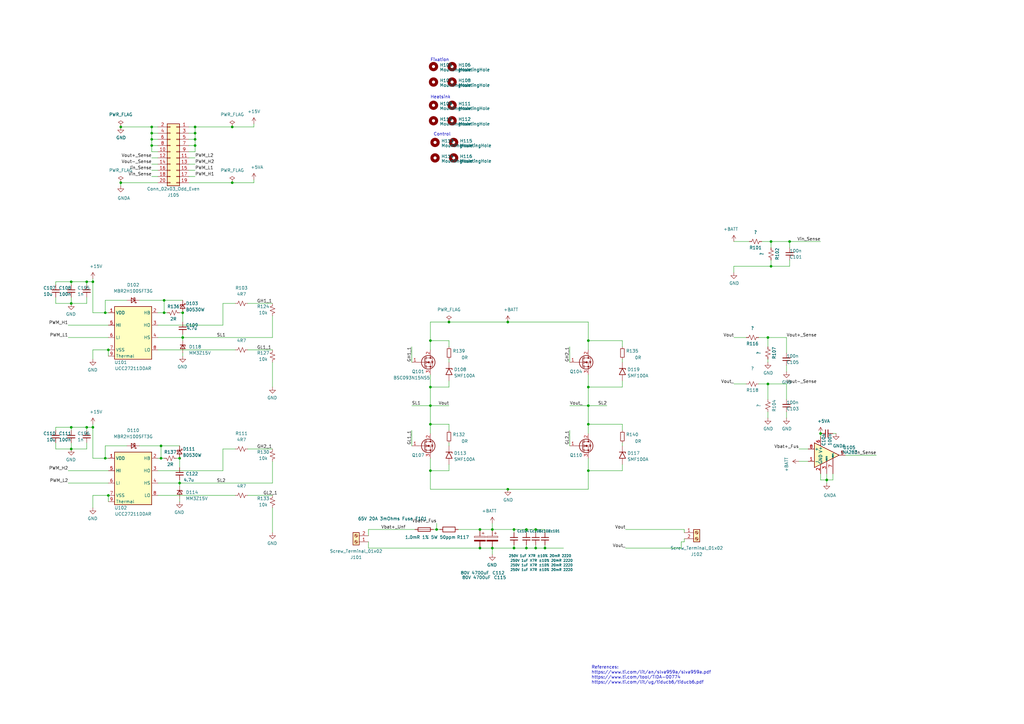
<source format=kicad_sch>
(kicad_sch (version 20231120) (generator "eeschema") (generator_version "8.0")
  (paper "A3")
  (lib_symbols
    (symbol "Amplifier_Current:INA283" (pin_names (offset 0.127))
      (property "Reference" "U" (at 3.81 3.81 0))
      (property "Value" "INA283" (at 3.81 -2.54 0))
      (symbol "INA283_1_1"
        (pin input line (at -7.62 -2.54 0) (length 2.54) (name "-") (number "1"))
        (pin power_in line (at -2.54 -7.62 90) (length 3.81) (name "GND") (number "2"))
        (pin input line (at 0 -7.62 90) (length 5.08) (name "REF2") (number "3"))
        (pin no_connect line (at -5.08 0 0) (length 2.54) hide (name "NC") (number "4"))
        (pin output line (at 7.62 0 180) (length 2.54) (name "~") (number "5"))
        (pin input line (at -2.54 7.62 270) (length 3.81) (name "V+") (number "6"))
        (pin input line (at 2.54 -7.62 90) (length 6.35) (name "REF1") (number "7"))
        (pin input line (at -7.62 2.54 0) (length 2.54) (name "+") (number "8"))
      )
    )
    (symbol "Connector:Screw_Terminal_01x02" (pin_names (offset 1.016) hide)
      (property "Reference" "J" (at 0 2.54 0))
      (property "Value" "Screw_Terminal_01x02" (at 0 -5.08 0))
      (symbol "Screw_Terminal_01x02_1_1"
        (pin passive line (at -5.08 0 0) (length 3.81) (name "Pin_1") (number "1"))
        (pin passive line (at -5.08 -2.54 0) (length 3.81) (name "Pin_2") (number "2"))
      )
    )
    (symbol "Connector_Generic:Conn_02x10_Odd_Even" (pin_names (offset 1.016) hide)
      (property "Reference" "J" (at 1.27 12.7 0))
      (property "Value" "Conn_02x10_Odd_Even" (at 1.27 -15.24 0))
      (symbol "Conn_02x10_Odd_Even_1_1"
        (pin passive line (at -5.08 10.16 0) (length 3.81) (name "Pin_1") (number "1"))
        (pin passive line (at 7.62 0 180) (length 3.81) (name "Pin_10") (number "10"))
        (pin passive line (at -5.08 -2.54 0) (length 3.81) (name "Pin_11") (number "11"))
        (pin passive line (at 7.62 -2.54 180) (length 3.81) (name "Pin_12") (number "12"))
        (pin passive line (at -5.08 -5.08 0) (length 3.81) (name "Pin_13") (number "13"))
        (pin passive line (at 7.62 -5.08 180) (length 3.81) (name "Pin_14") (number "14"))
        (pin passive line (at -5.08 -7.62 0) (length 3.81) (name "Pin_15") (number "15"))
        (pin passive line (at 7.62 -7.62 180) (length 3.81) (name "Pin_16") (number "16"))
        (pin passive line (at -5.08 -10.16 0) (length 3.81) (name "Pin_17") (number "17"))
        (pin passive line (at 7.62 -10.16 180) (length 3.81) (name "Pin_18") (number "18"))
        (pin passive line (at -5.08 -12.7 0) (length 3.81) (name "Pin_19") (number "19"))
        (pin passive line (at 7.62 10.16 180) (length 3.81) (name "Pin_2") (number "2"))
        (pin passive line (at 7.62 -12.7 180) (length 3.81) (name "Pin_20") (number "20"))
        (pin passive line (at -5.08 7.62 0) (length 3.81) (name "Pin_3") (number "3"))
        (pin passive line (at 7.62 7.62 180) (length 3.81) (name "Pin_4") (number "4"))
        (pin passive line (at -5.08 5.08 0) (length 3.81) (name "Pin_5") (number "5"))
        (pin passive line (at 7.62 5.08 180) (length 3.81) (name "Pin_6") (number "6"))
        (pin passive line (at -5.08 2.54 0) (length 3.81) (name "Pin_7") (number "7"))
        (pin passive line (at 7.62 2.54 180) (length 3.81) (name "Pin_8") (number "8"))
        (pin passive line (at -5.08 0 0) (length 3.81) (name "Pin_9") (number "9"))
      )
    )
    (symbol "Device:C_Polarized" (pin_numbers hide) (pin_names (offset 0.254))
      (property "Reference" "C" (at 0.635 2.54 0))
      (property "Value" "C_Polarized" (at 0.635 -2.54 0))
      (symbol "C_Polarized_1_1"
        (pin passive line (at 0 3.81 270) (length 2.794) (name "~") (number "1"))
        (pin passive line (at 0 -3.81 90) (length 2.794) (name "~") (number "2"))
      )
    )
    (symbol "Device:C_Small" (pin_numbers hide) (pin_names (offset 0.254) hide)
      (property "Reference" "C" (at 0.254 1.778 0))
      (property "Value" "C_Small" (at 0.254 -2.032 0))
      (symbol "C_Small_1_1"
        (pin passive line (at 0 2.54 270) (length 2.032) (name "~") (number "1"))
        (pin passive line (at 0 -2.54 90) (length 2.032) (name "~") (number "2"))
      )
    )
    (symbol "Device:D_Schottky_Small" (pin_numbers hide) (pin_names (offset 0.254) hide)
      (property "Reference" "D" (at -1.27 2.032 0))
      (property "Value" "D_Schottky_Small" (at -7.112 -2.032 0))
      (symbol "D_Schottky_Small_1_1"
        (pin passive line (at -2.54 0 0) (length 1.778) (name "K") (number "1"))
        (pin passive line (at 2.54 0 180) (length 1.778) (name "A") (number "2"))
      )
    )
    (symbol "Device:D_Zener_Small" (pin_numbers hide) (pin_names (offset 0.254) hide)
      (property "Reference" "D" (at 0 2.286 0))
      (property "Value" "D_Zener_Small" (at 0 -2.286 0))
      (symbol "D_Zener_Small_1_1"
        (pin passive line (at -2.54 0 0) (length 1.778) (name "K") (number "1"))
        (pin passive line (at 2.54 0 180) (length 1.778) (name "A") (number "2"))
      )
    )
    (symbol "Device:Fuse" (pin_numbers hide) (pin_names (offset 0))
      (property "Reference" "F" (at 2.032 0 90))
      (property "Value" "Fuse" (at -1.905 0 90))
      (symbol "Fuse_1_1"
        (pin passive line (at 0 3.81 270) (length 1.27) (name "~") (number "1"))
        (pin passive line (at 0 -3.81 90) (length 1.27) (name "~") (number "2"))
      )
    )
    (symbol "Device:Q_NMOS_GDS" (pin_names (offset 0) hide)
      (property "Reference" "Q" (at 5.08 1.27 0))
      (property "Value" "Q_NMOS_GDS" (at 5.08 -1.27 0))
      (symbol "Q_NMOS_GDS_1_1"
        (pin input line (at -5.08 0 0) (length 2.54) (name "G") (number "1"))
        (pin passive line (at 2.54 5.08 270) (length 2.54) (name "D") (number "2"))
        (pin passive line (at 2.54 -5.08 90) (length 2.54) (name "S") (number "3"))
      )
    )
    (symbol "Device:R" (pin_numbers hide) (pin_names (offset 0))
      (property "Reference" "R" (at 2.032 0 90))
      (property "Value" "R" (at 0 0 90))
      (symbol "R_1_1"
        (pin passive line (at 0 3.81 270) (length 1.27) (name "~") (number "1"))
        (pin passive line (at 0 -3.81 90) (length 1.27) (name "~") (number "2"))
      )
    )
    (symbol "Device:R_Small" (pin_numbers hide) (pin_names (offset 0.254) hide)
      (property "Reference" "R" (at 0.762 0.508 0))
      (property "Value" "R_Small" (at 0.762 -1.016 0))
      (symbol "R_Small_1_1"
        (pin passive line (at 0 2.54 270) (length 0.762) (name "~") (number "1"))
        (pin passive line (at 0 -2.54 90) (length 0.762) (name "~") (number "2"))
      )
    )
    (symbol "Device:R_Small_US" (pin_numbers hide) (pin_names (offset 0.254) hide)
      (property "Reference" "R" (at 0.762 0.508 0))
      (property "Value" "R_Small_US" (at 0.762 -1.016 0))
      (symbol "R_Small_US_1_1"
        (pin passive line (at 0 2.54 270) (length 1.016) (name "~") (number "1"))
        (pin passive line (at 0 -2.54 90) (length 1.016) (name "~") (number "2"))
      )
    )
    (symbol "Diode:SMF18A" (pin_numbers hide) (pin_names (offset 1.016) hide)
      (property "Reference" "D" (at 0 2.54 0))
      (property "Value" "SMF18A" (at 0 -2.54 0))
      (symbol "SMF18A_1_1"
        (pin passive line (at -3.81 0 0) (length 2.54) (name "A1") (number "1"))
        (pin passive line (at 3.81 0 180) (length 2.54) (name "A2") (number "2"))
      )
    )
    (symbol "Mechanical:MountingHole" (pin_names (offset 1.016))
      (property "Reference" "H" (at 0 5.08 0))
      (property "Value" "MountingHole" (at 0 3.175 0))
    )
    (symbol "power:+15V" (power) (pin_names (offset 0))
      (property "Value" "+15V" (at 0 3.556 0))
      (symbol "+15V_1_1"
        (pin power_in line (at 0 0 90) (length 0) hide (name "+15V") (number "1"))
      )
    )
    (symbol "power:+5VA" (power) (pin_names (offset 0))
      (property "Value" "+5VA" (at 0 3.556 0))
      (symbol "+5VA_1_1"
        (pin power_in line (at 0 0 90) (length 0) hide (name "+5VA") (number "1"))
      )
    )
    (symbol "power:+BATT" (power) (pin_names (offset 0))
      (property "Value" "+BATT" (at 0 3.556 0))
      (symbol "+BATT_1_1"
        (pin power_in line (at 0 0 90) (length 0) hide (name "+BATT") (number "1"))
      )
    )
    (symbol "power:GND" (power) (pin_names (offset 0))
      (property "Value" "GND" (at 0 -3.81 0))
      (symbol "GND_1_1"
        (pin power_in line (at 0 0 270) (length 0) hide (name "GND") (number "1"))
      )
    )
    (symbol "power:GNDA" (power) (pin_names (offset 0))
      (property "Value" "GNDA" (at 0 -3.81 0))
      (symbol "GNDA_1_1"
        (pin power_in line (at 0 0 270) (length 0) hide (name "GNDA") (number "1"))
      )
    )
    (symbol "power:PWR_FLAG" (power) (pin_numbers hide) (pin_names (offset 0) hide)
      (property "Value" "PWR_FLAG" (at 0 3.81 0))
      (symbol "PWR_FLAG_0_0"
        (pin power_out line (at 0 0 90) (length 0) (name "pwr") (number "1"))
      )
    )
    (symbol "zenite:UCC27211DDAR"
      (property "Reference" "U" (at -7.62 8.89 0))
      (property "Value" "UCC27211DDAR" (at 1.27 8.89 0))
      (symbol "UCC27211DDAR_1_1"
        (pin power_in line (at -10.16 2.54 0) (length 2.54) (name "VDD") (number "1"))
        (pin power_in line (at -10.16 2.54 0) (length 2.54) (name "VDD") (number "1"))
        (pin output line (at 10.16 2.54 180) (length 2.54) (name "HB") (number "2"))
        (pin output line (at 10.16 -2.54 180) (length 2.54) (name "HO") (number "3"))
        (pin output line (at 10.16 -7.62 180) (length 2.54) (name "HS") (number "4"))
        (pin input line (at -10.16 -2.54 0) (length 2.54) (name "HI") (number "5"))
        (pin input line (at -10.16 -2.54 0) (length 2.54) (name "HI") (number "5"))
        (pin input line (at -10.16 -7.62 0) (length 2.54) (name "LI") (number "6"))
        (pin power_in line (at -10.16 -12.7 0) (length 2.54) (name "VSS") (number "7"))
        (pin output line (at 10.16 -12.7 180) (length 2.54) (name "LO") (number "8"))
        (pin power_in line (at -10.16 -15.24 0) (length 2.54) (name "Thermal") (number "9"))
      )
    )
  )
  (junction (at 241.3 158.75))
  (junction (at 73.66 198.12))
  (junction (at 323.85 99.06))
  (junction (at 49.53 52.07))
  (junction (at 210.82 217.17))
  (junction (at 38.1 115.57))
  (junction (at 35.56 115.57))
  (junction (at 29.21 175.26))
  (junction (at 49.53 74.93))
  (junction (at 66.04 182.88))
  (junction (at 241.3 173.99))
  (junction (at 62.23 57.15))
  (junction (at 241.3 139.7))
  (junction (at 35.56 175.26))
  (junction (at 215.9 217.17))
  (junction (at 176.53 173.99))
  (junction (at 95.25 74.93))
  (junction (at 95.25 52.07))
  (junction (at 179.07 217.17))
  (junction (at 201.93 224.79))
  (junction (at 336.55 177.8))
  (junction (at 176.53 158.75))
  (junction (at 241.3 166.37))
  (junction (at 38.1 175.26))
  (junction (at 67.31 123.19))
  (junction (at 316.23 99.06))
  (junction (at 74.93 128.27))
  (junction (at 219.71 217.17))
  (junction (at 184.15 132.08))
  (junction (at 196.85 217.17))
  (junction (at 176.53 166.37))
  (junction (at 74.93 138.43))
  (junction (at 62.23 52.07))
  (junction (at 67.31 128.27))
  (junction (at 176.53 193.04))
  (junction (at 215.9 224.79))
  (junction (at 29.21 124.46))
  (junction (at 241.3 193.04))
  (junction (at 29.21 115.57))
  (junction (at 314.96 138.43))
  (junction (at 80.01 54.61))
  (junction (at 219.71 224.79))
  (junction (at 208.28 132.08))
  (junction (at 44.45 203.2))
  (junction (at 44.45 143.51))
  (junction (at 29.21 184.15))
  (junction (at 43.18 187.96))
  (junction (at 43.18 128.27))
  (junction (at 314.96 157.48))
  (junction (at 73.66 187.96))
  (junction (at 176.53 139.7))
  (junction (at 62.23 59.69))
  (junction (at 80.01 57.15))
  (junction (at 80.01 52.07))
  (junction (at 339.09 196.85))
  (junction (at 62.23 54.61))
  (junction (at 201.93 217.17))
  (junction (at 210.82 224.79))
  (junction (at 316.23 109.22))
  (junction (at 223.52 224.79))
  (junction (at 208.28 200.66))
  (junction (at 80.01 59.69))
  (junction (at 196.85 224.79))
  (junction (at 66.04 187.96))
  (wire (pts (xy 77.47 69.85) (xy 80.01 69.85)))
  (wire (pts (xy 64.77 72.39) (xy 62.23 72.39)))
  (wire (pts (xy 29.21 116.84) (xy 29.21 115.57)))
  (wire (pts (xy 176.53 132.08) (xy 184.15 132.08)))
  (wire (pts (xy 77.47 59.69) (xy 80.01 59.69)))
  (wire (pts (xy 184.15 173.99) (xy 184.15 176.53)))
  (wire (pts (xy 35.56 175.26) (xy 38.1 175.26)))
  (wire (pts (xy 22.86 181.61) (xy 22.86 184.15)))
  (wire (pts (xy 35.56 184.15) (xy 29.21 184.15)))
  (wire (pts (xy 323.85 99.06) (xy 336.55 99.06)))
  (wire (pts (xy 38.1 187.96) (xy 43.18 187.96)))
  (wire (pts (xy 241.3 173.99) (xy 255.27 173.99)))
  (wire (pts (xy 341.63 196.85) (xy 341.63 194.31)))
  (wire (pts (xy 323.85 109.22) (xy 323.85 106.68)))
  (wire (pts (xy 241.3 187.96) (xy 241.3 193.04)))
  (wire (pts (xy 64.77 52.07) (xy 62.23 52.07)))
  (wire (pts (xy 38.1 128.27) (xy 43.18 128.27)))
  (wire (pts (xy 176.53 153.67) (xy 176.53 158.75)))
  (wire (pts (xy 95.25 52.07) (xy 80.01 52.07)))
  (wire (pts (xy 74.93 139.7) (xy 74.93 138.43)))
  (wire (pts (xy 201.93 224.79) (xy 210.82 224.79)))
  (wire (pts (xy 64.77 67.31) (xy 62.23 67.31)))
  (wire (pts (xy 44.45 205.74) (xy 44.45 203.2)))
  (wire (pts (xy 316.23 99.06) (xy 316.23 101.6)))
  (wire (pts (xy 22.86 124.46) (xy 29.21 124.46)))
  (wire (pts (xy 104.14 73.66) (xy 104.14 74.93)))
  (wire (pts (xy 64.77 133.35) (xy 91.44 133.35)))
  (wire (pts (xy 29.21 124.46) (xy 35.56 124.46)))
  (wire (pts (xy 201.93 217.17) (xy 196.85 217.17)))
  (wire (pts (xy 327.66 184.15) (xy 331.47 184.15)))
  (wire (pts (xy 241.3 158.75) (xy 241.3 166.37)))
  (wire (pts (xy 111.76 189.23) (xy 111.76 198.12)))
  (wire (pts (xy 151.13 224.79) (xy 151.13 222.25)))
  (wire (pts (xy 208.28 132.08) (xy 241.3 132.08)))
  (wire (pts (xy 241.3 166.37) (xy 241.3 173.99)))
  (wire (pts (xy 38.1 143.51) (xy 38.1 147.32)))
  (wire (pts (xy 233.68 176.53) (xy 233.68 182.88)))
  (wire (pts (xy 49.53 74.93) (xy 64.77 74.93)))
  (wire (pts (xy 29.21 121.92) (xy 29.21 124.46)))
  (wire (pts (xy 73.66 191.77) (xy 73.66 187.96)))
  (wire (pts (xy 255.27 173.99) (xy 255.27 176.53)))
  (wire (pts (xy 300.99 157.48) (xy 306.07 157.48)))
  (wire (pts (xy 72.39 187.96) (xy 73.66 187.96)))
  (wire (pts (xy 111.76 208.28) (xy 111.76 218.44)))
  (wire (pts (xy 73.66 182.88) (xy 66.04 182.88)))
  (wire (pts (xy 73.66 204.47) (xy 73.66 205.74)))
  (wire (pts (xy 176.53 193.04) (xy 176.53 200.66)))
  (wire (pts (xy 219.71 224.79) (xy 223.52 224.79)))
  (wire (pts (xy 215.9 217.17) (xy 219.71 217.17)))
  (wire (pts (xy 151.13 224.79) (xy 196.85 224.79)))
  (wire (pts (xy 44.45 193.04) (xy 27.94 193.04)))
  (wire (pts (xy 241.3 139.7) (xy 255.27 139.7)))
  (wire (pts (xy 62.23 57.15) (xy 64.77 57.15)))
  (wire (pts (xy 219.71 217.17) (xy 219.71 218.44)))
  (wire (pts (xy 64.77 203.2) (xy 96.52 203.2)))
  (wire (pts (xy 66.04 187.96) (xy 67.31 187.96)))
  (wire (pts (xy 95.25 52.07) (xy 104.14 52.07)))
  (wire (pts (xy 62.23 62.23) (xy 64.77 62.23)))
  (wire (pts (xy 314.96 138.43) (xy 314.96 142.24)))
  (wire (pts (xy 64.77 198.12) (xy 73.66 198.12)))
  (wire (pts (xy 279.4 224.79) (xy 279.4 222.25)))
  (wire (pts (xy 311.15 157.48) (xy 314.96 157.48)))
  (wire (pts (xy 35.56 181.61) (xy 35.56 184.15)))
  (wire (pts (xy 215.9 223.52) (xy 215.9 224.79)))
  (wire (pts (xy 64.77 54.61) (xy 62.23 54.61)))
  (wire (pts (xy 280.67 217.17) (xy 280.67 218.44)))
  (wire (pts (xy 241.3 166.37) (xy 248.92 166.37)))
  (wire (pts (xy 22.86 116.84) (xy 22.86 115.57)))
  (wire (pts (xy 80.01 72.39) (xy 77.47 72.39)))
  (wire (pts (xy 38.1 203.2) (xy 44.45 203.2)))
  (wire (pts (xy 57.15 123.19) (xy 67.31 123.19)))
  (wire (pts (xy 300.99 99.06) (xy 307.34 99.06)))
  (wire (pts (xy 44.45 143.51) (xy 38.1 143.51)))
  (wire (pts (xy 62.23 54.61) (xy 62.23 57.15)))
  (wire (pts (xy 66.04 182.88) (xy 66.04 187.96)))
  (wire (pts (xy 210.82 217.17) (xy 215.9 217.17)))
  (wire (pts (xy 91.44 184.15) (xy 91.44 193.04)))
  (wire (pts (xy 256.54 224.79) (xy 279.4 224.79)))
  (wire (pts (xy 64.77 69.85) (xy 62.23 69.85)))
  (wire (pts (xy 111.76 148.59) (xy 111.76 158.75)))
  (wire (pts (xy 74.93 137.16) (xy 74.93 138.43)))
  (wire (pts (xy 179.07 214.63) (xy 179.07 217.17)))
  (wire (pts (xy 316.23 109.22) (xy 323.85 109.22)))
  (wire (pts (xy 179.07 217.17) (xy 177.8 217.17)))
  (wire (pts (xy 101.6 143.51) (xy 111.76 143.51)))
  (wire (pts (xy 80.01 64.77) (xy 77.47 64.77)))
  (wire (pts (xy 91.44 124.46) (xy 91.44 133.35)))
  (wire (pts (xy 73.66 198.12) (xy 111.76 198.12)))
  (wire (pts (xy 201.93 214.63) (xy 201.93 217.17)))
  (wire (pts (xy 151.13 217.17) (xy 170.18 217.17)))
  (wire (pts (xy 35.56 176.53) (xy 35.56 175.26)))
  (wire (pts (xy 176.53 158.75) (xy 176.53 166.37)))
  (wire (pts (xy 219.71 223.52) (xy 219.71 224.79)))
  (wire (pts (xy 323.85 99.06) (xy 323.85 101.6)))
  (wire (pts (xy 22.86 115.57) (xy 29.21 115.57)))
  (wire (pts (xy 22.86 175.26) (xy 29.21 175.26)))
  (wire (pts (xy 52.07 182.88) (xy 43.18 182.88)))
  (wire (pts (xy 184.15 181.61) (xy 184.15 182.88)))
  (wire (pts (xy 80.01 67.31) (xy 77.47 67.31)))
  (wire (pts (xy 29.21 176.53) (xy 29.21 175.26)))
  (wire (pts (xy 74.93 144.78) (xy 74.93 146.05)))
  (wire (pts (xy 256.54 217.17) (xy 280.67 217.17)))
  (wire (pts (xy 187.96 217.17) (xy 196.85 217.17)))
  (wire (pts (xy 77.47 74.93) (xy 95.25 74.93)))
  (wire (pts (xy 35.56 124.46) (xy 35.56 121.92)))
  (wire (pts (xy 241.3 177.8) (xy 241.3 173.99)))
  (wire (pts (xy 215.9 224.79) (xy 219.71 224.79)))
  (wire (pts (xy 62.23 54.61) (xy 62.23 52.07)))
  (wire (pts (xy 64.77 59.69) (xy 62.23 59.69)))
  (wire (pts (xy 80.01 57.15) (xy 77.47 57.15)))
  (wire (pts (xy 38.1 114.3) (xy 38.1 115.57)))
  (wire (pts (xy 80.01 62.23) (xy 77.47 62.23)))
  (wire (pts (xy 73.66 196.85) (xy 73.66 198.12)))
  (wire (pts (xy 255.27 147.32) (xy 255.27 148.59)))
  (wire (pts (xy 44.45 133.35) (xy 27.94 133.35)))
  (wire (pts (xy 184.15 156.21) (xy 184.15 158.75)))
  (wire (pts (xy 311.15 138.43) (xy 314.96 138.43)))
  (wire (pts (xy 336.55 196.85) (xy 339.09 196.85)))
  (wire (pts (xy 22.86 184.15) (xy 29.21 184.15)))
  (wire (pts (xy 314.96 157.48) (xy 322.58 157.48)))
  (wire (pts (xy 233.68 142.24) (xy 233.68 148.59)))
  (wire (pts (xy 104.14 50.8) (xy 104.14 52.07)))
  (wire (pts (xy 168.91 166.37) (xy 176.53 166.37)))
  (wire (pts (xy 322.58 168.91) (xy 322.58 171.45)))
  (wire (pts (xy 316.23 106.68) (xy 316.23 109.22)))
  (wire (pts (xy 210.82 217.17) (xy 210.82 218.44)))
  (wire (pts (xy 241.3 158.75) (xy 255.27 158.75)))
  (wire (pts (xy 35.56 115.57) (xy 38.1 115.57)))
  (wire (pts (xy 280.67 222.25) (xy 280.67 220.98)))
  (wire (pts (xy 176.53 177.8) (xy 176.53 173.99)))
  (wire (pts (xy 73.66 199.39) (xy 73.66 198.12)))
  (wire (pts (xy 184.15 147.32) (xy 184.15 148.59)))
  (wire (pts (xy 196.85 224.79) (xy 201.93 224.79)))
  (wire (pts (xy 101.6 124.46) (xy 111.76 124.46)))
  (wire (pts (xy 300.99 109.22) (xy 316.23 109.22)))
  (wire (pts (xy 201.93 217.17) (xy 210.82 217.17)))
  (wire (pts (xy 184.15 139.7) (xy 184.15 142.24)))
  (wire (pts (xy 241.3 193.04) (xy 255.27 193.04)))
  (wire (pts (xy 22.86 176.53) (xy 22.86 175.26)))
  (wire (pts (xy 168.91 176.53) (xy 168.91 182.88)))
  (wire (pts (xy 233.68 166.37) (xy 241.3 166.37)))
  (wire (pts (xy 168.91 142.24) (xy 168.91 148.59)))
  (wire (pts (xy 96.52 124.46) (xy 91.44 124.46)))
  (wire (pts (xy 255.27 190.5) (xy 255.27 193.04)))
  (wire (pts (xy 52.07 123.19) (xy 43.18 123.19)))
  (wire (pts (xy 176.53 158.75) (xy 184.15 158.75)))
  (wire (pts (xy 339.09 196.85) (xy 341.63 196.85)))
  (wire (pts (xy 346.71 186.69) (xy 359.41 186.69)))
  (wire (pts (xy 336.55 194.31) (xy 336.55 196.85)))
  (wire (pts (xy 176.53 187.96) (xy 176.53 193.04)))
  (wire (pts (xy 322.58 138.43) (xy 322.58 144.78)))
  (wire (pts (xy 104.14 74.93) (xy 95.25 74.93)))
  (wire (pts (xy 62.23 57.15) (xy 62.23 59.69)))
  (wire (pts (xy 80.01 54.61) (xy 80.01 57.15)))
  (wire (pts (xy 80.01 54.61) (xy 80.01 52.07)))
  (wire (pts (xy 96.52 184.15) (xy 91.44 184.15)))
  (wire (pts (xy 111.76 129.54) (xy 111.76 138.43)))
  (wire (pts (xy 176.53 173.99) (xy 184.15 173.99)))
  (wire (pts (xy 29.21 181.61) (xy 29.21 184.15)))
  (wire (pts (xy 57.15 182.88) (xy 66.04 182.88)))
  (wire (pts (xy 314.96 138.43) (xy 322.58 138.43)))
  (wire (pts (xy 316.23 99.06) (xy 323.85 99.06)))
  (wire (pts (xy 64.77 193.04) (xy 91.44 193.04)))
  (wire (pts (xy 73.66 128.27) (xy 74.93 128.27)))
  (wire (pts (xy 300.99 138.43) (xy 306.07 138.43)))
  (wire (pts (xy 176.53 139.7) (xy 176.53 132.08)))
  (wire (pts (xy 29.21 175.26) (xy 35.56 175.26)))
  (wire (pts (xy 64.77 64.77) (xy 62.23 64.77)))
  (wire (pts (xy 176.53 166.37) (xy 176.53 173.99)))
  (wire (pts (xy 314.96 157.48) (xy 314.96 163.83)))
  (wire (pts (xy 43.18 182.88) (xy 43.18 187.96)))
  (wire (pts (xy 339.09 194.31) (xy 339.09 196.85)))
  (wire (pts (xy 219.71 217.17) (xy 223.52 217.17)))
  (wire (pts (xy 322.58 157.48) (xy 322.58 163.83)))
  (wire (pts (xy 176.53 139.7) (xy 184.15 139.7)))
  (wire (pts (xy 67.31 128.27) (xy 68.58 128.27)))
  (wire (pts (xy 223.52 224.79) (xy 231.14 224.79)))
  (wire (pts (xy 176.53 166.37) (xy 184.15 166.37)))
  (wire (pts (xy 101.6 184.15) (xy 111.76 184.15)))
  (wire (pts (xy 300.99 111.76) (xy 300.99 109.22)))
  (wire (pts (xy 176.53 143.51) (xy 176.53 139.7)))
  (wire (pts (xy 38.1 208.28) (xy 38.1 203.2)))
  (wire (pts (xy 184.15 132.08) (xy 208.28 132.08)))
  (wire (pts (xy 223.52 217.17) (xy 223.52 218.44)))
  (wire (pts (xy 208.28 200.66) (xy 241.3 200.66)))
  (wire (pts (xy 38.1 175.26) (xy 38.1 187.96)))
  (wire (pts (xy 64.77 138.43) (xy 74.93 138.43)))
  (wire (pts (xy 74.93 138.43) (xy 111.76 138.43)))
  (wire (pts (xy 38.1 115.57) (xy 38.1 128.27)))
  (wire (pts (xy 176.53 193.04) (xy 184.15 193.04)))
  (wire (pts (xy 44.45 198.12) (xy 27.94 198.12)))
  (wire (pts (xy 241.3 143.51) (xy 241.3 139.7)))
  (wire (pts (xy 80.01 52.07) (xy 77.47 52.07)))
  (wire (pts (xy 43.18 128.27) (xy 44.45 128.27)))
  (wire (pts (xy 179.07 217.17) (xy 180.34 217.17)))
  (wire (pts (xy 255.27 181.61) (xy 255.27 182.88)))
  (wire (pts (xy 64.77 128.27) (xy 67.31 128.27)))
  (wire (pts (xy 176.53 200.66) (xy 208.28 200.66)))
  (wire (pts (xy 74.93 123.19) (xy 67.31 123.19)))
  (wire (pts (xy 241.3 153.67) (xy 241.3 158.75)))
  (wire (pts (xy 255.27 156.21) (xy 255.27 158.75)))
  (wire (pts (xy 327.66 189.23) (xy 331.47 189.23)))
  (wire (pts (xy 322.58 149.86) (xy 322.58 152.4)))
  (wire (pts (xy 314.96 168.91) (xy 314.96 171.45)))
  (wire (pts (xy 64.77 143.51) (xy 96.52 143.51)))
  (wire (pts (xy 64.77 187.96) (xy 66.04 187.96)))
  (wire (pts (xy 62.23 59.69) (xy 62.23 62.23)))
  (wire (pts (xy 67.31 123.19) (xy 67.31 128.27)))
  (wire (pts (xy 80.01 59.69) (xy 80.01 62.23)))
  (wire (pts (xy 101.6 203.2) (xy 111.76 203.2)))
  (wire (pts (xy 336.55 177.8) (xy 336.55 179.07)))
  (wire (pts (xy 241.3 139.7) (xy 241.3 132.08)))
  (wire (pts (xy 201.93 224.79) (xy 201.93 227.33)))
  (wire (pts (xy 341.63 177.8) (xy 342.9 177.8)))
  (wire (pts (xy 38.1 173.99) (xy 38.1 175.26)))
  (wire (pts (xy 43.18 123.19) (xy 43.18 128.27)))
  (wire (pts (xy 339.09 196.85) (xy 339.09 198.12)))
  (wire (pts (xy 314.96 147.32) (xy 314.96 148.59)))
  (wire (pts (xy 255.27 139.7) (xy 255.27 142.24)))
  (wire (pts (xy 35.56 116.84) (xy 35.56 115.57)))
  (wire (pts (xy 312.42 99.06) (xy 316.23 99.06)))
  (wire (pts (xy 77.47 54.61) (xy 80.01 54.61)))
  (wire (pts (xy 29.21 115.57) (xy 35.56 115.57)))
  (wire (pts (xy 74.93 132.08) (xy 74.93 128.27)))
  (wire (pts (xy 223.52 223.52) (xy 223.52 224.79)))
  (wire (pts (xy 62.23 52.07) (xy 49.53 52.07)))
  (wire (pts (xy 22.86 121.92) (xy 22.86 124.46)))
  (wire (pts (xy 184.15 190.5) (xy 184.15 193.04)))
  (wire (pts (xy 241.3 200.66) (xy 241.3 193.04)))
  (wire (pts (xy 210.82 224.79) (xy 215.9 224.79)))
  (wire (pts (xy 151.13 217.17) (xy 151.13 219.71)))
  (wire (pts (xy 215.9 217.17) (xy 215.9 218.44)))
  (wire (pts (xy 210.82 223.52) (xy 210.82 224.79)))
  (wire (pts (xy 80.01 57.15) (xy 80.01 59.69)))
  (wire (pts (xy 279.4 222.25) (xy 280.67 222.25)))
  (wire (pts (xy 49.53 74.93) (xy 49.53 76.2)))
  (wire (pts (xy 44.45 146.05) (xy 44.45 143.51)))
  (wire (pts (xy 43.18 187.96) (xy 44.45 187.96)))
  (wire (pts (xy 44.45 138.43) (xy 27.94 138.43)))
  (text "Control\n" (at 177.8 55.88 0) (effects (font (size 1.27 1.27)) (justify left bottom)))
  (text "References:\nhttps://www.ti.com/lit/an/slva959a/slva959a.pdf\nhttps://www.ti.com/tool/TIDA-00774\nhttps://www.ti.com/lit/ug/tiducb6/tiducb6.pdf" (at 242.57 280.67 0) (effects (font (size 1.27 1.27)) (justify left bottom)))
  (text "Heatsink\n" (at 176.53 40.64 0) (effects (font (size 1.27 1.27)) (justify left bottom)))
  (text "Fixation\n" (at 176.53 25.4 0) (effects (font (size 1.27 1.27)) (justify left bottom)))
  (label "Iin_Sense" (at 359.41 186.69 180))
  (label "Vout" (at 300.99 138.43 180))
  (label "GH1_1" (at 168.91 142.24 270))
  (label "Vout_" (at 256.54 224.79 180))
  (label "Vbat+_Unf" (at 166.37 217.17 180))
  (label "Vbat+_Fus" (at 179.07 214.63 180))
  (label "GL2_1" (at 107.95 203.2 0))
  (label "PWM_H2" (at 27.94 193.04 180))
  (label "PWM_H2" (at 80.01 67.31 0))
  (label "SL2" (at 88.9 198.12 0))
  (label "Vin_Sense" (at 62.23 72.39 180))
  (label "Vout" (at 184.15 166.37 180))
  (label "GH2_1" (at 233.68 142.24 270))
  (label "Vout" (at 256.54 217.17 180))
  (label "GL1_1" (at 105.41 143.51 0))
  (label "Iin_Sense" (at 62.23 69.85 180))
  (label "PWM_L2" (at 80.01 64.77 0))
  (label "PWM_L1" (at 80.01 69.85 0))
  (label "SL2" (at 248.92 166.37 180))
  (label "PWM_L1" (at 27.94 138.43 180))
  (label "SL1" (at 168.91 166.37 0))
  (label "GL2_1" (at 233.68 176.53 270))
  (label "Vout_" (at 233.68 166.37 0))
  (label "GH1_1" (at 105.41 124.46 0))
  (label "Vout+_Sense" (at 62.23 64.77 180))
  (label "GH2_1" (at 105.41 184.15 0))
  (label "GL1_1" (at 168.91 176.53 270))
  (label "Vout-_Sense" (at 322.58 157.48 0))
  (label "PWM_L2" (at 27.94 198.12 180))
  (label "Vout-_Sense" (at 62.23 67.31 180))
  (label "SL1" (at 88.9 138.43 0))
  (label "Vout_" (at 300.99 157.48 180))
  (label "Vin_Sense" (at 336.55 99.06 180))
  (label "PWM_H1" (at 27.94 133.35 180))
  (label "Vout+_Sense" (at 322.58 138.43 0))
  (label "PWM_H1" (at 80.01 72.39 0))
  (label "Vbat+_Fus" (at 327.66 184.15 180))
  (symbol (lib_id "zenite:UCC27211DDAR") (at 54.61 130.81 0) (unit 1)
    (property "Reference" "U101" (at 49.53 148.59 0))
    (property "Value" "UCC27211DDAR" (at 54.61 151.13 0))
    (property "Footprint" "Package_SO:SOIC-8-1EP_3.9x4.9mm_P1.27mm_EP2.514x3.2mm" (effects (hide yes)))
    (property "Datasheet" "https://www.ti.com/lit/ds/symlink/ucc27211.pdf" (effects (hide yes)))
  )
  (symbol (lib_id "Device:R_Small_US") (at 111.76 127 0) (mirror x) (unit 1)
    (property "Reference" "R124" (at 107.95 125.73 0))
    (property "Value" "10k" (at 107.95 128.27 0))
    (property "Footprint" "Resistor_SMD:R_0805_2012Metric_Pad1.20x1.40mm_HandSolder" (effects (hide yes)))
  )
  (symbol (lib_id "power:GND") (at 208.28 200.66 0) (unit 1)
    (property "Reference" "#PWR0106" (effects (hide yes)))
    (property "Value" "GND" (at 208.407 205.0542 0))
  )
  (symbol (lib_id "Device:R_Small_US") (at 99.06 124.46 270) (unit 1)
    (property "Reference" "R103" (at 99.06 118.11 90))
    (property "Value" "4R7" (at 99.06 120.65 90))
    (property "Footprint" "Resistor_SMD:R_0805_2012Metric_Pad1.20x1.40mm_HandSolder" (effects (hide yes)))
  )
  (symbol (lib_id "power:GND") (at 38.1 147.32 0) (mirror y) (unit 1)
    (property "Reference" "#PWR0107" (effects (hide yes)))
    (property "Value" "GND" (at 37.973 151.7142 0))
  )
  (symbol (lib_id "power:+15V") (at 38.1 114.3 0) (unit 1)
    (property "Reference" "#PWR0104" (effects (hide yes)))
    (property "Value" "+15V" (at 39.37 109.22 0))
  )
  (symbol (lib_id "Device:C_Small") (at 29.21 119.38 0) (mirror y) (unit 1)
    (property "Reference" "C108" (at 29.21 118.11 0) (effects (justify left)))
    (property "Value" "100n" (at 29.21 120.65 0) (effects (justify left)))
    (property "Footprint" "Capacitor_SMD:C_0805_2012Metric_Pad1.18x1.45mm_HandSolder" (effects (hide yes)))
  )
  (symbol (lib_id "power:GND") (at 29.21 124.46 0) (mirror y) (unit 1)
    (property "Reference" "#PWR0105" (effects (hide yes)))
    (property "Value" "GND" (at 29.083 128.8542 0))
  )
  (symbol (lib_id "Device:R_Small_US") (at 111.76 146.05 0) (mirror x) (unit 1)
    (property "Reference" "R127" (at 107.95 144.78 0))
    (property "Value" "10k" (at 107.95 147.32 0))
    (property "Footprint" "Resistor_SMD:R_0805_2012Metric_Pad1.20x1.40mm_HandSolder" (effects (hide yes)))
  )
  (symbol (lib_id "zenite:UCC27211DDAR") (at 54.61 190.5 0) (unit 1)
    (property "Reference" "U102" (at 49.53 208.28 0))
    (property "Value" "UCC27211DDAR" (at 54.61 210.82 0))
    (property "Footprint" "Package_SO:SOIC-8-1EP_3.9x4.9mm_P1.27mm_EP2.514x3.2mm" (effects (hide yes)))
    (property "Datasheet" "https://www.ti.com/lit/ds/symlink/ucc27211.pdf" (effects (hide yes)))
  )
  (symbol (lib_id "power:GND") (at 38.1 208.28 0) (mirror y) (unit 1)
    (property "Reference" "#PWR0111" (effects (hide yes)))
    (property "Value" "GND" (at 37.973 212.6742 0))
  )
  (symbol (lib_id "power:+15V") (at 38.1 173.99 0) (unit 1)
    (property "Reference" "#PWR0108" (effects (hide yes)))
    (property "Value" "+15V" (at 39.37 168.91 0))
  )
  (symbol (lib_id "power:GND") (at 29.21 184.15 0) (mirror y) (unit 1)
    (property "Reference" "#PWR0109" (effects (hide yes)))
    (property "Value" "GND" (at 29.083 188.5442 0))
  )
  (symbol (lib_id "power:PWR_FLAG") (at 95.25 74.93 0) (unit 1)
    (property "Reference" "#FLG0105" (effects (hide yes)))
    (property "Value" "PWR_FLAG" (at 95.25 69.85 0))
  )
  (symbol (lib_id "Device:Q_NMOS_GDS") (at 173.99 148.59 0) (unit 1)
    (property "Reference" "Q101" (at 168.91 152.4 0) (effects (justify left)))
    (property "Value" "BSC093N15NS5" (at 161.29 154.94 0) (effects (justify left)))
    (property "Footprint" "Zenite:TDSON-8-3" (effects (hide yes)))
  )
  (symbol (lib_id "Device:Q_NMOS_GDS") (at 173.99 182.88 0) (unit 1)
    (property "Reference" "Q107" (at 168.91 186.69 0) (effects (justify left)))
    (property "Value" "BSC093N15NS5" (effects (hide yes)))
    (property "Footprint" "Zenite:TDSON-8-3" (effects (hide yes)))
  )
  (symbol (lib_id "Device:Q_NMOS_GDS") (at 238.76 148.59 0) (unit 1)
    (property "Reference" "Q104" (at 233.68 152.4 0) (effects (justify left)))
    (property "Value" "BSC093N15NS5" (effects (hide yes)))
    (property "Footprint" "Zenite:TDSON-8-3" (effects (hide yes)))
  )
  (symbol (lib_id "Device:Q_NMOS_GDS") (at 238.76 182.88 0) (unit 1)
    (property "Reference" "Q110" (at 233.68 186.69 0) (effects (justify left)))
    (property "Value" "BSC093N15NS5" (effects (hide yes)))
    (property "Footprint" "Zenite:TDSON-8-3" (effects (hide yes)))
  )
  (symbol (lib_id "power:GND") (at 111.76 158.75 0) (mirror y) (unit 1)
    (property "Reference" "#PWR0122" (effects (hide yes)))
    (property "Value" "GND" (at 111.633 163.1442 0))
  )
  (symbol (lib_id "Device:C_Small") (at 22.86 119.38 0) (mirror x) (unit 1)
    (property "Reference" "C107" (at 22.86 118.11 0) (effects (justify right)))
    (property "Value" "10u" (at 21.59 120.65 0) (effects (justify right)))
    (property "Footprint" "Capacitor_SMD:C_1210_3225Metric_Pad1.33x2.70mm_HandSolder" (effects (hide yes)))
  )
  (symbol (lib_id "Device:R_Small_US") (at 111.76 186.69 0) (mirror x) (unit 1)
    (property "Reference" "R130" (at 107.95 185.42 0))
    (property "Value" "10k" (at 107.95 187.96 0))
    (property "Footprint" "Resistor_SMD:R_0805_2012Metric_Pad1.20x1.40mm_HandSolder" (effects (hide yes)))
  )
  (symbol (lib_id "Device:R_Small_US") (at 99.06 143.51 270) (unit 1)
    (property "Reference" "R106" (effects (hide yes)))
    (property "Value" "4R7" (at 99.06 139.7 90))
    (property "Footprint" "Resistor_SMD:R_0805_2012Metric_Pad1.20x1.40mm_HandSolder" (effects (hide yes)))
  )
  (symbol (lib_id "Device:R_Small_US") (at 99.06 184.15 270) (unit 1)
    (property "Reference" "R111" (at 99.06 177.8 90))
    (property "Value" "4R7" (at 99.06 180.34 90))
    (property "Footprint" "Resistor_SMD:R_0805_2012Metric_Pad1.20x1.40mm_HandSolder" (effects (hide yes)))
  )
  (symbol (lib_id "Device:R_Small_US") (at 99.06 203.2 270) (unit 1)
    (property "Reference" "R114" (effects (hide yes)))
    (property "Value" "4R7" (at 99.06 199.39 90))
    (property "Footprint" "Resistor_SMD:R_0805_2012Metric_Pad1.20x1.40mm_HandSolder" (effects (hide yes)))
  )
  (symbol (lib_id "Connector_Generic:Conn_02x10_Odd_Even") (at 72.39 62.23 0) (mirror y) (unit 1)
    (property "Reference" "J105" (at 71.12 80.01 0))
    (property "Value" "Conn_02x03_Odd_Even" (at 71.12 77.47 0))
    (property "Footprint" "Connector_PinHeader_2.54mm:PinHeader_2x10_P2.54mm_Vertical" (effects (hide yes)))
  )
  (symbol (lib_id "Device:R_Small_US") (at 111.76 205.74 0) (mirror x) (unit 1)
    (property "Reference" "R133" (at 107.95 204.47 0))
    (property "Value" "10k" (at 107.95 207.01 0))
    (property "Footprint" "Resistor_SMD:R_0805_2012Metric_Pad1.20x1.40mm_HandSolder" (effects (hide yes)))
  )
  (symbol (lib_id "power:GND") (at 111.76 218.44 0) (mirror y) (unit 1)
    (property "Reference" "#PWR0123" (effects (hide yes)))
    (property "Value" "GND" (at 111.633 222.8342 0))
  )
  (symbol (lib_id "power:+15V") (at 104.14 50.8 0) (unit 1)
    (property "Reference" "#PWR0101" (effects (hide yes)))
    (property "Value" "+15V" (at 104.14 45.72 0))
  )
  (symbol (lib_id "Device:C_Small") (at 29.21 179.07 0) (unit 1)
    (property "Reference" "C111" (at 24.13 177.8 0) (effects (justify left)))
    (property "Value" "100n" (at 24.13 180.34 0) (effects (justify left)))
    (property "Footprint" "Capacitor_SMD:C_0805_2012Metric_Pad1.18x1.45mm_HandSolder" (effects (hide yes)))
  )
  (symbol (lib_id "Device:C_Small") (at 22.86 179.07 0) (mirror x) (unit 1)
    (property "Reference" "C110" (at 22.86 177.8 0) (effects (justify right)))
    (property "Value" "10u" (at 22.86 180.34 0) (effects (justify right)))
    (property "Footprint" "Capacitor_SMD:C_1210_3225Metric_Pad1.33x2.70mm_HandSolder" (effects (hide yes)))
  )
  (symbol (lib_id "Device:C_Small") (at 74.93 134.62 0) (mirror y) (unit 1)
    (property "Reference" "C109" (at 78.74 133.35 0))
    (property "Value" "4.7u" (at 78.74 134.62 0))
    (property "Footprint" "Capacitor_SMD:C_1210_3225Metric_Pad1.33x2.70mm_HandSolder" (effects (hide yes)))
  )
  (symbol (lib_id "Device:C_Small") (at 73.66 194.31 0) (mirror y) (unit 1)
    (property "Reference" "C122" (at 78.74 194.31 0))
    (property "Value" "4.7u" (at 77.47 196.85 0))
    (property "Footprint" "Capacitor_SMD:C_1210_3225Metric_Pad1.33x2.70mm_HandSolder" (effects (hide yes)))
  )
  (symbol (lib_id "power:GND") (at 49.53 52.07 0) (unit 1)
    (property "Reference" "#PWR0103" (effects (hide yes)))
    (property "Value" "GND" (at 49.657 56.4642 0))
  )
  (symbol (lib_id "power:+5VA") (at 104.14 73.66 0) (unit 1)
    (property "Reference" "#PWR0139" (effects (hide yes)))
    (property "Value" "+5VA" (at 105.41 68.58 0))
  )
  (symbol (lib_id "power:PWR_FLAG") (at 95.25 52.07 0) (unit 1)
    (property "Reference" "#FLG0101" (effects (hide yes)))
    (property "Value" "PWR_FLAG" (at 95.25 46.99 0))
  )
  (symbol (lib_id "power:PWR_FLAG") (at 49.53 52.07 0) (unit 1)
    (property "Reference" "#FLG0102" (effects (hide yes)))
    (property "Value" "PWR_FLAG" (at 49.53 46.99 0))
  )
  (symbol (lib_id "power:+BATT") (at 208.28 132.08 0) (unit 1)
    (property "Reference" "#PWR0120" (effects (hide yes)))
    (property "Value" "+BATT" (at 209.55 127 0))
  )
  (symbol (lib_id "power:PWR_FLAG") (at 184.15 132.08 0) (unit 1)
    (property "Reference" "#FLG0103" (effects (hide yes)))
    (property "Value" "PWR_FLAG" (at 184.15 127 0))
  )
  (symbol (lib_id "Device:C_Small") (at 35.56 119.38 0) (unit 1)
    (property "Reference" "C195" (at 31.75 118.11 0) (effects (justify left)))
    (property "Value" "1n" (at 31.75 120.65 0) (effects (justify left)))
    (property "Footprint" "Capacitor_SMD:C_0805_2012Metric_Pad1.18x1.45mm_HandSolder" (effects (hide yes)))
  )
  (symbol (lib_id "power:GNDA") (at 49.53 76.2 0) (unit 1)
    (property "Reference" "#PWR0121" (effects (hide yes)))
    (property "Value" "GNDA" (at 50.8 81.28 0))
  )
  (symbol (lib_id "power:PWR_FLAG") (at 49.53 74.93 0) (unit 1)
    (property "Reference" "#FLG0104" (effects (hide yes)))
    (property "Value" "PWR_FLAG" (at 49.53 69.85 0))
  )
  (symbol (lib_id "Device:C_Small") (at 35.56 179.07 0) (unit 1)
    (property "Reference" "C196" (at 31.75 177.8 0) (effects (justify left)))
    (property "Value" "1n" (at 31.75 180.34 0) (effects (justify left)))
    (property "Footprint" "Capacitor_SMD:C_0805_2012Metric_Pad1.18x1.45mm_HandSolder" (effects (hide yes)))
  )
  (symbol (lib_id "Device:D_Zener_Small") (at 73.66 201.93 270) (unit 1)
    (property "Reference" "D114" (at 76.2 201.93 90) (effects (justify left)))
    (property "Value" "MM3Z15V" (at 76.2 204.47 90) (effects (justify left)))
    (property "Footprint" "Diode_SMD:D_SOD-123F" (effects (hide yes)))
    (property "Datasheet" "https://www.mouser.com/datasheet/2/308/MM3Z2V4ST1_D-1101657.pdf" (effects (hide yes)))
  )
  (symbol (lib_id "power:GND") (at 73.66 205.74 0) (mirror y) (unit 1)
    (property "Reference" "#PWR0137" (effects (hide yes)))
    (property "Value" "GND" (at 73.533 210.1342 0))
  )
  (symbol (lib_id "Device:D_Schottky_Small") (at 54.61 182.88 180) (unit 1)
    (property "Reference" "D110" (at 54.61 176.53 0))
    (property "Value" "MBR2H100SFT3G" (at 54.61 179.07 0))
    (property "Footprint" "Diode_SMD:D_SOD-123F" (effects (hide yes)))
    (property "Datasheet" "https://www.onsemi.com/pdf/datasheet/mbr2h100sf-d.pdf" (effects (hide yes)))
  )
  (symbol (lib_id "Device:R_Small_US") (at 69.85 187.96 90) (mirror x) (unit 1)
    (property "Reference" "R137" (at 69.85 185.42 90))
    (property "Value" "2R" (at 69.85 190.5 90))
    (property "Footprint" "Resistor_SMD:R_0805_2012Metric_Pad1.20x1.40mm_HandSolder" (effects (hide yes)))
  )
  (symbol (lib_id "Device:D_Schottky_Small") (at 73.66 185.42 270) (unit 1)
    (property "Reference" "D111" (at 74.93 184.15 90) (effects (justify left)))
    (property "Value" "B0530W" (at 74.93 186.69 90) (effects (justify left)))
    (property "Footprint" "Diode_SMD:D_SOD-123F" (effects (hide yes)))
  )
  (symbol (lib_id "Device:R_Small_US") (at 71.12 128.27 90) (mirror x) (unit 1)
    (property "Reference" "R136" (at 71.12 125.73 90))
    (property "Value" "2R" (at 71.12 130.81 90))
    (property "Footprint" "Resistor_SMD:R_0805_2012Metric_Pad1.20x1.40mm_HandSolder" (effects (hide yes)))
  )
  (symbol (lib_id "Device:D_Schottky_Small") (at 74.93 125.73 270) (unit 1)
    (property "Reference" "D103" (at 76.2 124.46 90) (effects (justify left)))
    (property "Value" "B0530W" (at 76.2 127 90) (effects (justify left)))
    (property "Footprint" "Diode_SMD:D_SOD-123F" (effects (hide yes)))
  )
  (symbol (lib_id "Device:D_Schottky_Small") (at 54.61 123.19 180) (unit 1)
    (property "Reference" "D102" (at 54.61 116.84 0))
    (property "Value" "MBR2H100SFT3G" (at 54.61 119.38 0))
    (property "Footprint" "Diode_SMD:D_SOD-123F" (effects (hide yes)))
    (property "Datasheet" "https://www.onsemi.com/pdf/datasheet/mbr2h100sf-d.pdf" (effects (hide yes)))
  )
  (symbol (lib_id "Device:D_Zener_Small") (at 74.93 142.24 270) (unit 1)
    (property "Reference" "D118" (at 77.47 142.24 90) (effects (justify left)))
    (property "Value" "MM3Z15V" (at 77.47 144.78 90) (effects (justify left)))
    (property "Footprint" "Diode_SMD:D_SOD-123F" (effects (hide yes)))
    (property "Datasheet" "https://www.mouser.com/datasheet/2/308/MM3Z2V4ST1_D-1101657.pdf" (effects (hide yes)))
  )
  (symbol (lib_id "power:GND") (at 74.93 146.05 0) (mirror y) (unit 1)
    (property "Reference" "#PWR0138" (effects (hide yes)))
    (property "Value" "GND" (at 74.803 150.4442 0))
  )
  (symbol (lib_id "Mechanical:MountingHole") (at 186.055 64.77 0) (unit 1)
    (property "Reference" "H116" (at 188.595 64.1263 0) (effects (justify left)))
    (property "Value" "MountingHole" (at 188.595 66.0473 0) (effects (justify left)))
    (property "Footprint" "MountingHole:MountingHole_3.5mm_Pad" (effects (hide yes)))
  )
  (symbol (lib_id "Device:R_Small_US") (at 309.88 99.06 270) (unit 1)
    (property "Reference" "R101" (at 309.88 101.6 90))
    (property "Value" "?" (at 309.88 95.25 90))
    (property "Footprint" "Resistor_SMD:R_0805_2012Metric_Pad1.20x1.40mm_HandSolder" (effects (hide yes)))
  )
  (symbol (lib_id "Diode:SMF18A") (at 255.27 186.69 270) (unit 1)
    (property "Reference" "D117" (at 257.302 185.8553 90) (effects (justify left)))
    (property "Value" "SMF100A" (at 257.302 188.3922 90) (effects (justify left)))
    (property "Footprint" "Diode_SMD:D_SOD-123F" (effects (hide yes)))
    (property "Datasheet" "https://datasheet.lcsc.com/lcsc/2104161903_Shandong-Jingdao-Microelectronics-SMF100A_C169441.pdf" (effects (hide yes)))
  )
  (symbol (lib_id "power:GND") (at 300.99 111.76 0) (unit 1)
    (property "Reference" "#PWR0117" (effects (hide yes)))
    (property "Value" "GND" (at 301.117 116.1542 0))
  )
  (symbol (lib_id "Mechanical:MountingHole") (at 186.055 58.42 0) (unit 1)
    (property "Reference" "H115" (at 188.595 57.7763 0) (effects (justify left)))
    (property "Value" "MountingHole" (at 188.595 59.6973 0) (effects (justify left)))
    (property "Footprint" "MountingHole:MountingHole_3.5mm_Pad" (effects (hide yes)))
  )
  (symbol (lib_id "power:GND") (at 314.96 171.45 0) (unit 1)
    (property "Reference" "#PWR0115" (effects (hide yes)))
    (property "Value" "GND" (at 315.087 175.8442 0))
  )
  (symbol (lib_id "Device:R_Small_US") (at 308.61 138.43 270) (unit 1)
    (property "Reference" "R116" (at 308.61 140.97 90))
    (property "Value" "?" (at 308.61 134.62 90))
    (property "Footprint" "Resistor_SMD:R_0805_2012Metric_Pad1.20x1.40mm_HandSolder" (effects (hide yes)))
  )
  (symbol (lib_id "Device:C_Small") (at 323.85 104.14 0) (mirror x) (unit 1)
    (property "Reference" "C101" (at 323.85 105.41 0) (effects (justify left)))
    (property "Value" "100n" (at 323.85 102.87 0) (effects (justify left)))
    (property "Footprint" "Capacitor_SMD:C_0805_2012Metric_Pad1.18x1.45mm_HandSolder" (effects (hide yes)))
  )
  (symbol (lib_id "power:GND") (at 201.93 227.33 0) (mirror y) (unit 1)
    (property "Reference" "#PWR0113" (effects (hide yes)))
    (property "Value" "GND" (at 201.803 231.7242 0))
  )
  (symbol (lib_id "Mechanical:MountingHole") (at 178.435 58.42 0) (unit 1)
    (property "Reference" "H113" (at 180.975 57.7763 0) (effects (justify left)))
    (property "Value" "MountingHole" (at 180.975 59.6973 0) (effects (justify left)))
    (property "Footprint" "MountingHole:MountingHole_3.5mm_Pad" (effects (hide yes)))
  )
  (symbol (lib_id "Device:C_Small") (at 219.71 220.98 0) (unit 1)
    (property "Reference" "Cc102" (at 220.98 217.805 0) (effects (font (size 1 1)) (justify left)))
    (property "Value" "250V 1uF X7R ±10% 20mR 2220" (at 234.95 231.775 0) (effects (font (size 1 1)) (justify right)))
    (property "Footprint" "Capacitor_SMD:C_2220_5650Metric" (effects (hide yes)))
    (property "Datasheet" "https://www.mouser.com/ProductDetail/TDK/C5750X7R2E105K230KA?qs=NRhsANhppD%2F6cSBFzJrsCg%3D%3D" (effects (hide yes)))
  )
  (symbol (lib_id "Device:R_Small_US") (at 314.96 144.78 0) (unit 1)
    (property "Reference" "R107" (at 317.5 144.78 90))
    (property "Value" "?" (at 311.15 144.78 90))
    (property "Footprint" "Resistor_SMD:R_0805_2012Metric_Pad1.20x1.40mm_HandSolder" (effects (hide yes)))
  )
  (symbol (lib_id "power:GND") (at 322.58 152.4 0) (unit 1)
    (property "Reference" "#PWR0112" (effects (hide yes)))
    (property "Value" "GND" (at 322.707 156.7942 0))
  )
  (symbol (lib_id "Diode:SMF18A") (at 184.15 152.4 270) (unit 1)
    (property "Reference" "D108" (at 186.182 151.5653 90) (effects (justify left)))
    (property "Value" "SMF100A" (at 186.182 154.1022 90) (effects (justify left)))
    (property "Footprint" "Diode_SMD:D_SOD-123F" (effects (hide yes)))
    (property "Datasheet" "https://datasheet.lcsc.com/lcsc/2104161903_Shandong-Jingdao-Microelectronics-SMF100A_C169441.pdf" (effects (hide yes)))
  )
  (symbol (lib_id "Device:R") (at 184.15 217.17 270) (mirror x) (unit 1)
    (property "Reference" "R117" (at 189.865 220.345 90))
    (property "Value" "1.0mR 1% 5W 50ppm" (at 176.53 220.345 90))
    (property "Footprint" "Resistor_SMD:R_2512_6332Metric_Pad1.40x3.35mm_HandSolder" (effects (hide yes)))
  )
  (symbol (lib_id "Device:R_Small") (at 184.15 179.07 0) (unit 1)
    (property "Reference" "R132" (at 185.6486 178.2353 0) (effects (justify left)))
    (property "Value" "0R" (at 189.23 180.975 0) (effects (justify left)))
    (property "Footprint" "Resistor_SMD:R_0805_2012Metric_Pad1.20x1.40mm_HandSolder" (effects (hide yes)))
  )
  (symbol (lib_id "Device:C_Small") (at 223.52 220.98 0) (unit 1)
    (property "Reference" "Cc101" (at 224.79 217.805 0) (effects (font (size 1 1)) (justify left)))
    (property "Value" "250V 1uF X7R ±10% 20mR 2220" (at 234.95 233.68 0) (effects (font (size 1 1)) (justify right)))
    (property "Footprint" "Capacitor_SMD:C_2220_5650Metric" (effects (hide yes)))
    (property "Datasheet" "https://www.mouser.com/ProductDetail/TDK/C5750X7R2E105K230KA?qs=NRhsANhppD%2F6cSBFzJrsCg%3D%3D" (effects (hide yes)))
  )
  (symbol (lib_id "Connector:Screw_Terminal_01x02") (at 146.05 222.25 180) (unit 1)
    (property "Reference" "J101" (at 146.05 228.6 0))
    (property "Value" "Screw_Terminal_01x02" (at 146.05 226.06 0))
    (property "Footprint" "TerminalBlock:TerminalBlock_MaiXu_MX126-5.0-02P_1x02_P5.00mm" (effects (hide yes)))
    (property "Description" "Generic screw terminal, single row, 01x02, script generated (kicad-library-utils/schlib/autogen/connector/)" (effects (hide yes)))
  )
  (symbol (lib_id "Device:C_Small") (at 339.09 177.8 90) (mirror x) (unit 1)
    (property "Reference" "C104" (at 337.82 177.8 0) (effects (justify left)))
    (property "Value" "100n" (at 340.36 177.8 0) (effects (justify left)))
    (property "Footprint" "Capacitor_SMD:C_0805_2012Metric_Pad1.18x1.45mm_HandSolder" (effects (hide yes)))
  )
  (symbol (lib_id "Device:C_Small") (at 215.9 220.98 0) (unit 1)
    (property "Reference" "Cc103" (at 217.17 217.805 0) (effects (font (size 1 1)) (justify left)))
    (property "Value" "250V 1uF X7R ±10% 20mR 2220" (at 234.95 229.87 0) (effects (font (size 1 1)) (justify right)))
    (property "Footprint" "Capacitor_SMD:C_2220_5650Metric" (effects (hide yes)))
    (property "Datasheet" "https://www.mouser.com/ProductDetail/TDK/C5750X7R2E105K230KA?qs=NRhsANhppD%2F6cSBFzJrsCg%3D%3D" (effects (hide yes)))
  )
  (symbol (lib_id "Diode:SMF18A") (at 255.27 152.4 270) (unit 1)
    (property "Reference" "D119" (at 257.302 151.5653 90) (effects (justify left)))
    (property "Value" "SMF100A" (at 257.302 154.1022 90) (effects (justify left)))
    (property "Footprint" "Diode_SMD:D_SOD-123F" (effects (hide yes)))
    (property "Datasheet" "https://datasheet.lcsc.com/lcsc/2104161903_Shandong-Jingdao-Microelectronics-SMF100A_C169441.pdf" (effects (hide yes)))
  )
  (symbol (lib_id "Diode:SMF18A") (at 184.15 186.69 270) (unit 1)
    (property "Reference" "D113" (at 186.182 185.8553 90) (effects (justify left)))
    (property "Value" "SMF100A" (at 186.182 188.3922 90) (effects (justify left)))
    (property "Footprint" "Diode_SMD:D_SOD-123F" (effects (hide yes)))
    (property "Datasheet" "https://datasheet.lcsc.com/lcsc/2104161903_Shandong-Jingdao-Microelectronics-SMF100A_C169441.pdf" (effects (hide yes)))
  )
  (symbol (lib_id "Device:C_Polarized") (at 201.93 220.98 0) (mirror y) (unit 1)
    (property "Reference" "C112" (at 207.01 234.95 0) (effects (justify left)))
    (property "Value" "80V 4700uF" (at 200.66 234.95 0) (effects (justify left)))
    (property "Footprint" "Capacitor_THT:CP_Radial_D12.5mm_P5.00mm" (effects (hide yes)))
  )
  (symbol (lib_id "Amplifier_Current:INA283") (at 339.09 186.69 0) (unit 1)
    (property "Reference" "U105" (at 348.3297 183.5531 0))
    (property "Value" "INA283" (at 348.3297 185.4741 0))
    (property "Footprint" "Package_SO:SOIC-8_3.9x4.9mm_P1.27mm" (effects (hide yes)))
    (property "Datasheet" "http://www.ti.com/lit/ds/symlink/ina282.pdf" (effects (hide yes)))
  )
  (symbol (lib_id "Mechanical:MountingHole") (at 185.42 33.655 0) (unit 1)
    (property "Reference" "H108" (at 187.96 33.0113 0) (effects (justify left)))
    (property "Value" "MountingHole" (at 187.96 34.9323 0) (effects (justify left)))
    (property "Footprint" "MountingHole:MountingHole_3.5mm_Pad" (effects (hide yes)))
  )
  (symbol (lib_id "power:GNDA") (at 342.9 177.8 0) (unit 1)
    (property "Reference" "#PWR0131" (effects (hide yes)))
    (property "Value" "GNDA" (at 344.17 182.88 0))
  )
  (symbol (lib_id "power:+BATT") (at 327.66 189.23 90) (mirror x) (unit 1)
    (property "Reference" "#PWR0116" (effects (hide yes)))
    (property "Value" "+BATT" (at 322.58 190.5 0))
  )
  (symbol (lib_id "Mechanical:MountingHole") (at 177.8 49.53 0) (unit 1)
    (property "Reference" "H110" (at 180.34 48.8863 0) (effects (justify left)))
    (property "Value" "MountingHole" (at 180.34 50.8073 0) (effects (justify left)))
    (property "Footprint" "MountingHole:MountingHole_3.5mm_Pad" (effects (hide yes)))
  )
  (symbol (lib_id "Device:C_Small") (at 322.58 147.32 0) (mirror x) (unit 1)
    (property "Reference" "C105" (at 322.58 148.59 0) (effects (justify left)))
    (property "Value" "100n" (at 322.58 146.05 0) (effects (justify left)))
    (property "Footprint" "Capacitor_SMD:C_0805_2012Metric_Pad1.18x1.45mm_HandSolder" (effects (hide yes)))
  )
  (symbol (lib_id "Device:C_Small") (at 210.82 220.98 0) (unit 1)
    (property "Reference" "Cc104" (at 212.09 217.805 0) (effects (font (size 1 1)) (justify left)))
    (property "Value" "250V 1uF X7R ±10% 20mR 2220" (at 234.315 227.965 0) (effects (font (size 1 1)) (justify right)))
    (property "Footprint" "Capacitor_SMD:C_2220_5650Metric" (effects (hide yes)))
    (property "Datasheet" "https://www.mouser.com/ProductDetail/TDK/C5750X7R2E105K230KA?qs=NRhsANhppD%2F6cSBFzJrsCg%3D%3D" (effects (hide yes)))
  )
  (symbol (lib_id "Device:C_Polarized") (at 196.85 220.98 0) (mirror y) (unit 1)
    (property "Reference" "C115" (at 207.645 236.855 0) (effects (justify left)))
    (property "Value" "80V 4700uF" (at 201.295 236.855 0) (effects (justify left)))
    (property "Footprint" "Capacitor_THT:CP_Radial_D12.5mm_P5.00mm" (effects (hide yes)))
  )
  (symbol (lib_id "power:+BATT") (at 300.99 99.06 0) (mirror y) (unit 1)
    (property "Reference" "#PWR0102" (effects (hide yes)))
    (property "Value" "+BATT" (at 299.72 93.98 0))
  )
  (symbol (lib_id "Device:R_Small_US") (at 316.23 104.14 0) (unit 1)
    (property "Reference" "R102" (at 318.77 104.14 90))
    (property "Value" "?" (at 312.42 104.14 90))
    (property "Footprint" "Resistor_SMD:R_0805_2012Metric_Pad1.20x1.40mm_HandSolder" (effects (hide yes)))
  )
  (symbol (lib_id "Device:R_Small") (at 184.15 144.78 0) (unit 1)
    (property "Reference" "R139" (at 185.6486 143.9453 0) (effects (justify left)))
    (property "Value" "0R" (at 189.23 146.685 0) (effects (justify left)))
    (property "Footprint" "Resistor_SMD:R_0805_2012Metric_Pad1.20x1.40mm_HandSolder" (effects (hide yes)))
  )
  (symbol (lib_id "Device:R_Small_US") (at 314.96 166.37 0) (unit 1)
    (property "Reference" "R104" (at 317.5 166.37 90))
    (property "Value" "?" (at 311.15 166.37 90))
    (property "Footprint" "Resistor_SMD:R_0805_2012Metric_Pad1.20x1.40mm_HandSolder" (effects (hide yes)))
  )
  (symbol (lib_id "power:GND") (at 314.96 148.59 0) (unit 1)
    (property "Reference" "#PWR0110" (effects (hide yes)))
    (property "Value" "GND" (at 315.087 152.9842 0))
  )
  (symbol (lib_id "Mechanical:MountingHole") (at 185.42 27.305 0) (unit 1)
    (property "Reference" "H106" (at 187.96 26.6613 0) (effects (justify left)))
    (property "Value" "MountingHole" (at 187.96 28.5823 0) (effects (justify left)))
    (property "Footprint" "MountingHole:MountingHole_3.5mm_Pad" (effects (hide yes)))
  )
  (symbol (lib_id "Mechanical:MountingHole") (at 177.8 27.305 0) (unit 1)
    (property "Reference" "H105" (at 180.34 26.6613 0) (effects (justify left)))
    (property "Value" "MountingHole" (at 180.34 28.5823 0) (effects (justify left)))
    (property "Footprint" "MountingHole:MountingHole_3.5mm_Pad" (effects (hide yes)))
  )
  (symbol (lib_id "power:GNDA") (at 339.09 198.12 0) (unit 1)
    (property "Reference" "#PWR0132" (effects (hide yes)))
    (property "Value" "GNDA" (at 340.36 203.2 0))
  )
  (symbol (lib_id "power:+5VA") (at 336.55 177.8 0) (unit 1)
    (property "Reference" "#PWR0133" (effects (hide yes)))
    (property "Value" "+5VA" (at 337.82 172.72 0))
  )
  (symbol (lib_id "Device:Fuse") (at 173.99 217.17 270) (mirror x) (unit 1)
    (property "Reference" "F101" (at 172.72 212.725 90))
    (property "Value" "65V 20A 3mOhms Fuse" (at 158.115 212.725 90))
    (property "Footprint" "Zenite:S6125-F" (effects (hide yes)))
  )
  (symbol (lib_id "Mechanical:MountingHole") (at 185.42 43.18 0) (unit 1)
    (property "Reference" "H111" (at 187.96 42.5363 0) (effects (justify left)))
    (property "Value" "MountingHole" (at 187.96 44.4573 0) (effects (justify left)))
    (property "Footprint" "MountingHole:MountingHole_3.5mm_Pad" (effects (hide yes)))
  )
  (symbol (lib_id "Device:C_Small") (at 322.58 166.37 0) (mirror x) (unit 1)
    (property "Reference" "C103" (at 322.58 167.64 0) (effects (justify left)))
    (property "Value" "100n" (at 322.58 165.1 0) (effects (justify left)))
    (property "Footprint" "Capacitor_SMD:C_0805_2012Metric_Pad1.18x1.45mm_HandSolder" (effects (hide yes)))
  )
  (symbol (lib_id "Mechanical:MountingHole") (at 185.42 49.53 0) (unit 1)
    (property "Reference" "H112" (at 187.96 48.8863 0) (effects (justify left)))
    (property "Value" "MountingHole" (at 187.96 50.8073 0) (effects (justify left)))
    (property "Footprint" "MountingHole:MountingHole_3.5mm_Pad" (effects (hide yes)))
  )
  (symbol (lib_id "Connector:Screw_Terminal_01x02") (at 285.75 218.44 0) (unit 1)
    (property "Reference" "J102" (at 285.75 227.33 0))
    (property "Value" "Screw_Terminal_01x02" (at 285.75 224.79 0))
    (property "Footprint" "TerminalBlock:TerminalBlock_MaiXu_MX126-5.0-02P_1x02_P5.00mm" (effects (hide yes)))
    (property "Description" "Generic screw terminal, single row, 01x02, script generated (kicad-library-utils/schlib/autogen/connector/)" (effects (hide yes)))
  )
  (symbol (lib_id "Mechanical:MountingHole") (at 177.8 33.655 0) (unit 1)
    (property "Reference" "H107" (at 180.34 33.0113 0) (effects (justify left)))
    (property "Value" "MountingHole" (at 180.34 34.9323 0) (effects (justify left)))
    (property "Footprint" "MountingHole:MountingHole_3.5mm_Pad" (effects (hide yes)))
  )
  (symbol (lib_id "Mechanical:MountingHole") (at 178.435 64.77 0) (unit 1)
    (property "Reference" "H114" (at 180.975 64.1263 0) (effects (justify left)))
    (property "Value" "MountingHole" (at 180.975 66.0473 0) (effects (justify left)))
    (property "Footprint" "MountingHole:MountingHole_3.5mm_Pad" (effects (hide yes)))
  )
  (symbol (lib_id "Mechanical:MountingHole") (at 177.8 43.18 0) (unit 1)
    (property "Reference" "H109" (at 180.34 42.5363 0) (effects (justify left)))
    (property "Value" "MountingHole" (at 180.34 44.4573 0) (effects (justify left)))
    (property "Footprint" "MountingHole:MountingHole_3.5mm_Pad" (effects (hide yes)))
  )
  (symbol (lib_id "Device:R_Small") (at 255.27 144.78 0) (unit 1)
    (property "Reference" "R135" (at 256.7686 143.9453 0) (effects (justify left)))
    (property "Value" "0R" (at 260.35 146.685 0) (effects (justify left)))
    (property "Footprint" "Resistor_SMD:R_0805_2012Metric_Pad1.20x1.40mm_HandSolder" (effects (hide yes)))
  )
  (symbol (lib_id "power:GND") (at 322.58 171.45 0) (unit 1)
    (property "Reference" "#PWR0114" (effects (hide yes)))
    (property "Value" "GND" (at 322.707 175.8442 0))
  )
  (symbol (lib_id "Device:R_Small") (at 255.27 179.07 0) (unit 1)
    (property "Reference" "R140" (at 256.7686 178.2353 0) (effects (justify left)))
    (property "Value" "0R" (at 260.35 180.975 0) (effects (justify left)))
    (property "Footprint" "Resistor_SMD:R_0805_2012Metric_Pad1.20x1.40mm_HandSolder" (effects (hide yes)))
  )
  (symbol (lib_id "Device:R_Small_US") (at 308.61 157.48 270) (unit 1)
    (property "Reference" "R118" (at 308.61 160.02 90))
    (property "Value" "?" (at 308.61 151.13 90))
    (property "Footprint" "Resistor_SMD:R_0805_2012Metric_Pad1.20x1.40mm_HandSolder" (effects (hide yes)))
  )
  (symbol (lib_id "power:+BATT") (at 201.93 214.63 0) (mirror y) (unit 1)
    (property "Reference" "#PWR0118" (effects (hide yes)))
    (property "Value" "+BATT" (at 200.66 209.55 0))
  )
)
</source>
